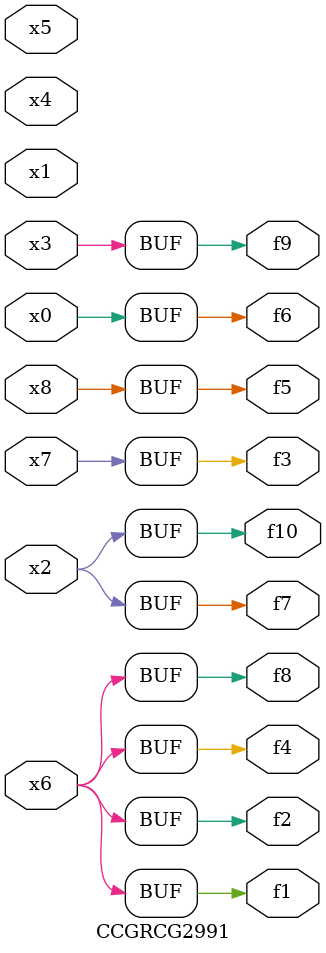
<source format=v>
module CCGRCG2991(
	input x0, x1, x2, x3, x4, x5, x6, x7, x8,
	output f1, f2, f3, f4, f5, f6, f7, f8, f9, f10
);
	assign f1 = x6;
	assign f2 = x6;
	assign f3 = x7;
	assign f4 = x6;
	assign f5 = x8;
	assign f6 = x0;
	assign f7 = x2;
	assign f8 = x6;
	assign f9 = x3;
	assign f10 = x2;
endmodule

</source>
